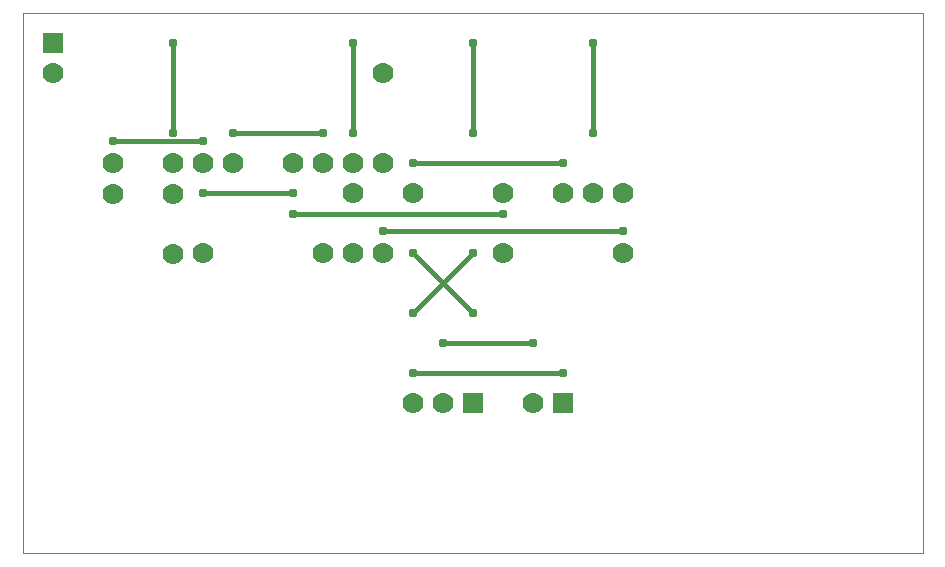
<source format=gtl>
G75*
%MOIN*%
%OFA0B0*%
%FSLAX25Y25*%
%IPPOS*%
%LPD*%
%AMOC8*
5,1,8,0,0,1.08239X$1,22.5*
%
%ADD10C,0.00000*%
%ADD11C,0.07000*%
%ADD12R,0.07000X0.07000*%
%ADD13C,0.01600*%
%ADD14C,0.03100*%
D10*
X0001000Y0001000D02*
X0001000Y0181000D01*
X0301000Y0181000D01*
X0301000Y0001000D01*
X0001000Y0001000D01*
D11*
X0131000Y0051000D03*
X0141000Y0051000D03*
X0171000Y0051000D03*
X0161000Y0101000D03*
X0161000Y0121000D03*
X0181000Y0121000D03*
X0191000Y0121000D03*
X0201000Y0121000D03*
X0201000Y0101000D03*
X0131000Y0121000D03*
X0121000Y0131000D03*
X0111000Y0131000D03*
X0101000Y0131000D03*
X0091000Y0131000D03*
X0111000Y0121000D03*
X0111000Y0101000D03*
X0101000Y0101000D03*
X0121000Y0101000D03*
X0071000Y0131000D03*
X0061000Y0131000D03*
X0051000Y0131000D03*
X0051000Y0120843D03*
X0031000Y0120843D03*
X0031000Y0131000D03*
X0051000Y0100843D03*
X0061000Y0101000D03*
X0011000Y0161000D03*
X0121000Y0161000D03*
D12*
X0011000Y0171000D03*
X0151000Y0051000D03*
X0181000Y0051000D03*
D13*
X0181000Y0061000D02*
X0131000Y0061000D01*
X0141000Y0071000D02*
X0171000Y0071000D01*
X0151000Y0081000D02*
X0131000Y0101000D01*
X0121000Y0108500D02*
X0201000Y0108500D01*
X0181000Y0131000D02*
X0131000Y0131000D01*
X0111000Y0141000D02*
X0111000Y0171000D01*
X0151000Y0171000D02*
X0151000Y0141000D01*
X0191000Y0141000D02*
X0191000Y0171000D01*
X0101000Y0141000D02*
X0071000Y0141000D01*
X0061000Y0138500D02*
X0031000Y0138500D01*
X0051000Y0141000D02*
X0051000Y0171000D01*
X0061000Y0121000D02*
X0091000Y0121000D01*
X0091000Y0114000D02*
X0161000Y0114000D01*
X0151000Y0101000D02*
X0131000Y0081000D01*
D14*
X0131000Y0081000D03*
X0141000Y0071000D03*
X0151000Y0081000D03*
X0171000Y0071000D03*
X0181000Y0061000D03*
X0131000Y0061000D03*
X0131000Y0101000D03*
X0121000Y0108500D03*
X0091000Y0114000D03*
X0091000Y0121000D03*
X0061000Y0121000D03*
X0061000Y0138500D03*
X0071000Y0141000D03*
X0051000Y0141000D03*
X0031000Y0138500D03*
X0051000Y0171000D03*
X0101000Y0141000D03*
X0111000Y0141000D03*
X0131000Y0131000D03*
X0151000Y0141000D03*
X0181000Y0131000D03*
X0191000Y0141000D03*
X0161000Y0114000D03*
X0151000Y0101000D03*
X0201000Y0108500D03*
X0191000Y0171000D03*
X0151000Y0171000D03*
X0111000Y0171000D03*
M02*

</source>
